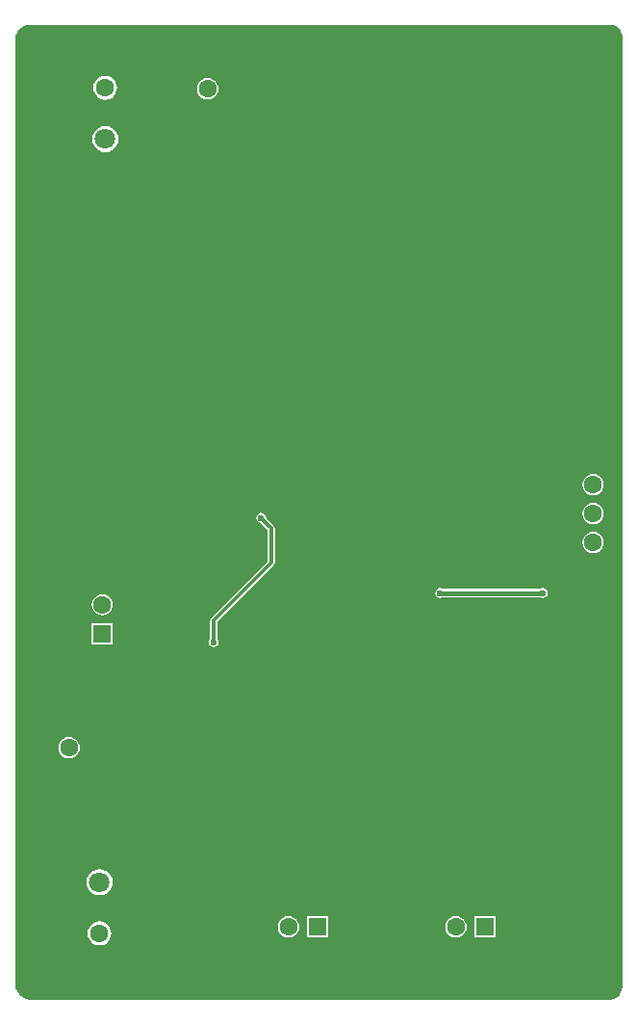
<source format=gbl>
G04*
G04 #@! TF.GenerationSoftware,Altium Limited,Altium Designer,20.1.14 (287)*
G04*
G04 Layer_Physical_Order=2*
G04 Layer_Color=16711680*
%FSLAX25Y25*%
%MOIN*%
G70*
G04*
G04 #@! TF.SameCoordinates,C5642C15-9C93-435C-A7BF-0FB1E55D52FF*
G04*
G04*
G04 #@! TF.FilePolarity,Positive*
G04*
G01*
G75*
%ADD64C,0.01378*%
%ADD65C,0.01772*%
%ADD67C,0.06299*%
%ADD68R,0.06299X0.06299*%
%ADD69C,0.07087*%
%ADD70R,0.06299X0.06299*%
%ADD71C,0.02362*%
G36*
X207278Y339197D02*
X208118Y339030D01*
X208909Y338703D01*
X209621Y338227D01*
X210227Y337621D01*
X210702Y336909D01*
X211030Y336118D01*
X211197Y335279D01*
X211197Y334850D01*
Y334850D01*
Y334850D01*
X211197Y6520D01*
D01*
X211197Y6055D01*
X211016Y5144D01*
X210660Y4285D01*
X210144Y3513D01*
X209487Y2856D01*
X208715Y2340D01*
X207856Y1984D01*
X206945Y1803D01*
X5921D01*
X4824Y2021D01*
X3791Y2449D01*
X2861Y3070D01*
X2070Y3861D01*
X1449Y4791D01*
X1021Y5824D01*
X803Y6921D01*
X803Y7480D01*
D01*
Y7480D01*
X803Y333890D01*
D01*
Y333890D01*
X803Y334412D01*
X1007Y335438D01*
X1407Y336404D01*
X1988Y337273D01*
X2727Y338012D01*
X3596Y338593D01*
X4562Y338993D01*
X5587Y339197D01*
X6110Y339197D01*
X6110D01*
D01*
X206850Y339197D01*
X207278Y339197D01*
D02*
G37*
%LPC*%
G36*
X67500Y320681D02*
X66547Y320556D01*
X65659Y320188D01*
X64897Y319603D01*
X64312Y318841D01*
X63944Y317953D01*
X63819Y317000D01*
X63944Y316047D01*
X64312Y315160D01*
X64897Y314397D01*
X65659Y313812D01*
X66547Y313444D01*
X67500Y313319D01*
X68453Y313444D01*
X69340Y313812D01*
X70103Y314397D01*
X70688Y315160D01*
X71056Y316047D01*
X71181Y317000D01*
X71056Y317953D01*
X70688Y318841D01*
X70103Y319603D01*
X69340Y320188D01*
X68453Y320556D01*
X67500Y320681D01*
D02*
G37*
G36*
X32000Y321453D02*
X30921Y321311D01*
X29915Y320894D01*
X29052Y320232D01*
X28389Y319368D01*
X27973Y318363D01*
X27830Y317284D01*
X27973Y316204D01*
X28389Y315199D01*
X29052Y314335D01*
X29915Y313673D01*
X30921Y313256D01*
X32000Y313114D01*
X33079Y313256D01*
X34085Y313673D01*
X34948Y314335D01*
X35611Y315199D01*
X36027Y316204D01*
X36169Y317284D01*
X36027Y318363D01*
X35611Y319368D01*
X34948Y320232D01*
X34085Y320894D01*
X33079Y321311D01*
X32000Y321453D01*
D02*
G37*
G36*
Y304134D02*
X30818Y303978D01*
X29717Y303522D01*
X28771Y302796D01*
X28045Y301850D01*
X27589Y300749D01*
X27433Y299567D01*
X27589Y298385D01*
X28045Y297284D01*
X28771Y296338D01*
X29717Y295612D01*
X30818Y295156D01*
X32000Y295000D01*
X33182Y295156D01*
X34283Y295612D01*
X35229Y296338D01*
X35955Y297284D01*
X36411Y298385D01*
X36567Y299567D01*
X36411Y300749D01*
X35955Y301850D01*
X35229Y302796D01*
X34283Y303522D01*
X33182Y303978D01*
X32000Y304134D01*
D02*
G37*
G36*
X201000Y183681D02*
X200047Y183556D01*
X199160Y183188D01*
X198397Y182603D01*
X197812Y181841D01*
X197444Y180953D01*
X197319Y180000D01*
X197444Y179047D01*
X197812Y178159D01*
X198397Y177397D01*
X199160Y176812D01*
X200047Y176444D01*
X201000Y176319D01*
X201953Y176444D01*
X202840Y176812D01*
X203603Y177397D01*
X204188Y178159D01*
X204556Y179047D01*
X204681Y180000D01*
X204556Y180953D01*
X204188Y181841D01*
X203603Y182603D01*
X202840Y183188D01*
X201953Y183556D01*
X201000Y183681D01*
D02*
G37*
G36*
Y173681D02*
X200047Y173556D01*
X199160Y173188D01*
X198397Y172603D01*
X197812Y171841D01*
X197444Y170953D01*
X197319Y170000D01*
X197444Y169047D01*
X197812Y168159D01*
X198397Y167397D01*
X199160Y166812D01*
X200047Y166444D01*
X201000Y166319D01*
X201953Y166444D01*
X202840Y166812D01*
X203603Y167397D01*
X204188Y168159D01*
X204556Y169047D01*
X204681Y170000D01*
X204556Y170953D01*
X204188Y171841D01*
X203603Y172603D01*
X202840Y173188D01*
X201953Y173556D01*
X201000Y173681D01*
D02*
G37*
G36*
Y163681D02*
X200047Y163556D01*
X199160Y163188D01*
X198397Y162603D01*
X197812Y161840D01*
X197444Y160953D01*
X197319Y160000D01*
X197444Y159047D01*
X197812Y158159D01*
X198397Y157397D01*
X199160Y156812D01*
X200047Y156444D01*
X201000Y156319D01*
X201953Y156444D01*
X202840Y156812D01*
X203603Y157397D01*
X204188Y158159D01*
X204556Y159047D01*
X204681Y160000D01*
X204556Y160953D01*
X204188Y161840D01*
X203603Y162603D01*
X202840Y163188D01*
X201953Y163556D01*
X201000Y163681D01*
D02*
G37*
G36*
X183500Y144214D02*
X182844Y144084D01*
X182589Y143913D01*
X148911D01*
X148656Y144084D01*
X148000Y144214D01*
X147344Y144084D01*
X146788Y143712D01*
X146416Y143156D01*
X146286Y142500D01*
X146416Y141844D01*
X146788Y141288D01*
X147344Y140916D01*
X148000Y140786D01*
X148656Y140916D01*
X148911Y141087D01*
X182589D01*
X182844Y140916D01*
X183500Y140786D01*
X184156Y140916D01*
X184712Y141288D01*
X185084Y141844D01*
X185214Y142500D01*
X185084Y143156D01*
X184712Y143712D01*
X184156Y144084D01*
X183500Y144214D01*
D02*
G37*
G36*
X31000Y142181D02*
X30047Y142056D01*
X29160Y141688D01*
X28397Y141103D01*
X27812Y140340D01*
X27444Y139453D01*
X27319Y138500D01*
X27444Y137547D01*
X27812Y136660D01*
X28397Y135897D01*
X29160Y135312D01*
X30047Y134944D01*
X31000Y134819D01*
X31953Y134944D01*
X32840Y135312D01*
X33603Y135897D01*
X34188Y136660D01*
X34556Y137547D01*
X34681Y138500D01*
X34556Y139453D01*
X34188Y140340D01*
X33603Y141103D01*
X32840Y141688D01*
X31953Y142056D01*
X31000Y142181D01*
D02*
G37*
G36*
X34650Y132150D02*
X27350D01*
Y124850D01*
X34650D01*
Y132150D01*
D02*
G37*
G36*
X86000Y170214D02*
X85344Y170084D01*
X84788Y169712D01*
X84416Y169156D01*
X84286Y168500D01*
X84416Y167844D01*
X84788Y167288D01*
X85344Y166916D01*
X86000Y166786D01*
X88288Y164498D01*
Y153502D01*
X68643Y133857D01*
X68380Y133464D01*
X68288Y133000D01*
Y126712D01*
X67916Y126156D01*
X67786Y125500D01*
X67916Y124844D01*
X68288Y124288D01*
X68844Y123916D01*
X69500Y123786D01*
X70156Y123916D01*
X70712Y124288D01*
X71084Y124844D01*
X71214Y125500D01*
X71084Y126156D01*
X70712Y126712D01*
Y132498D01*
X90357Y152143D01*
X90620Y152536D01*
X90712Y153000D01*
Y165000D01*
X90712Y165000D01*
X90620Y165464D01*
X90357Y165857D01*
X87714Y168500D01*
X87584Y169156D01*
X87212Y169712D01*
X86656Y170084D01*
X86000Y170214D01*
D02*
G37*
G36*
X19500Y92681D02*
X18547Y92556D01*
X17660Y92188D01*
X16897Y91603D01*
X16312Y90841D01*
X15944Y89953D01*
X15819Y89000D01*
X15944Y88047D01*
X16312Y87160D01*
X16897Y86397D01*
X17660Y85812D01*
X18547Y85444D01*
X19500Y85319D01*
X20453Y85444D01*
X21340Y85812D01*
X22103Y86397D01*
X22688Y87160D01*
X23056Y88047D01*
X23181Y89000D01*
X23056Y89953D01*
X22688Y90841D01*
X22103Y91603D01*
X21340Y92188D01*
X20453Y92556D01*
X19500Y92681D01*
D02*
G37*
G36*
X30000Y47000D02*
X28818Y46844D01*
X27717Y46388D01*
X26771Y45662D01*
X26045Y44716D01*
X25589Y43615D01*
X25433Y42433D01*
X25589Y41251D01*
X26045Y40150D01*
X26771Y39204D01*
X27717Y38478D01*
X28818Y38022D01*
X30000Y37866D01*
X31182Y38022D01*
X32283Y38478D01*
X33229Y39204D01*
X33955Y40150D01*
X34411Y41251D01*
X34567Y42433D01*
X34411Y43615D01*
X33955Y44716D01*
X33229Y45662D01*
X32283Y46388D01*
X31182Y46844D01*
X30000Y47000D01*
D02*
G37*
G36*
X167150Y30650D02*
X159850D01*
Y23350D01*
X167150D01*
Y30650D01*
D02*
G37*
G36*
X109150D02*
X101850D01*
Y23350D01*
X109150D01*
Y30650D01*
D02*
G37*
G36*
X153500Y30681D02*
X152547Y30556D01*
X151660Y30188D01*
X150897Y29603D01*
X150312Y28841D01*
X149944Y27953D01*
X149819Y27000D01*
X149944Y26047D01*
X150312Y25159D01*
X150897Y24397D01*
X151660Y23812D01*
X152547Y23444D01*
X153500Y23319D01*
X154453Y23444D01*
X155341Y23812D01*
X156103Y24397D01*
X156688Y25159D01*
X157056Y26047D01*
X157181Y27000D01*
X157056Y27953D01*
X156688Y28841D01*
X156103Y29603D01*
X155341Y30188D01*
X154453Y30556D01*
X153500Y30681D01*
D02*
G37*
G36*
X95500D02*
X94547Y30556D01*
X93660Y30188D01*
X92897Y29603D01*
X92312Y28841D01*
X91944Y27953D01*
X91819Y27000D01*
X91944Y26047D01*
X92312Y25159D01*
X92897Y24397D01*
X93660Y23812D01*
X94547Y23444D01*
X95500Y23319D01*
X96453Y23444D01*
X97341Y23812D01*
X98103Y24397D01*
X98688Y25159D01*
X99056Y26047D01*
X99181Y27000D01*
X99056Y27953D01*
X98688Y28841D01*
X98103Y29603D01*
X97341Y30188D01*
X96453Y30556D01*
X95500Y30681D01*
D02*
G37*
G36*
X30000Y28886D02*
X28921Y28744D01*
X27915Y28327D01*
X27052Y27665D01*
X26389Y26801D01*
X25973Y25796D01*
X25831Y24716D01*
X25973Y23637D01*
X26389Y22632D01*
X27052Y21768D01*
X27915Y21106D01*
X28921Y20689D01*
X30000Y20547D01*
X31079Y20689D01*
X32085Y21106D01*
X32948Y21768D01*
X33611Y22632D01*
X34027Y23637D01*
X34170Y24716D01*
X34027Y25796D01*
X33611Y26801D01*
X32948Y27665D01*
X32085Y28327D01*
X31079Y28744D01*
X30000Y28886D01*
D02*
G37*
%LPD*%
D64*
X69500Y133000D02*
X89500Y153000D01*
X69500Y125500D02*
Y133000D01*
X86000Y168500D02*
X89500Y165000D01*
Y153000D02*
Y165000D01*
D65*
X148000Y142500D02*
X183500D01*
D67*
X153500Y27000D02*
D03*
X30000Y24716D02*
D03*
X67500Y317000D02*
D03*
X32000Y317284D02*
D03*
X201000Y180000D02*
D03*
Y170000D02*
D03*
Y160000D02*
D03*
X31000Y138500D02*
D03*
X19500Y89000D02*
D03*
X95500Y27000D02*
D03*
D68*
X163500D02*
D03*
X29500Y89000D02*
D03*
X105500Y27000D02*
D03*
D69*
X30000Y42433D02*
D03*
X32000Y299567D02*
D03*
D70*
X67500Y327000D02*
D03*
X201000Y150000D02*
D03*
X31000Y128500D02*
D03*
D71*
X170500Y204500D02*
D03*
X187337Y175663D02*
D03*
X115348Y148348D02*
D03*
X89729Y148729D02*
D03*
X157500Y294500D02*
D03*
X180500Y60500D02*
D03*
X122500D02*
D03*
X168500Y210500D02*
D03*
X163500D02*
D03*
X104000Y84500D02*
D03*
X138000Y120000D02*
D03*
X138500Y134000D02*
D03*
X148000Y142500D02*
D03*
X161000Y84500D02*
D03*
X148000Y148000D02*
D03*
X183500Y142500D02*
D03*
X73500Y188500D02*
D03*
X86500Y160500D02*
D03*
X90037Y181037D02*
D03*
X31000Y191500D02*
D03*
X46000D02*
D03*
X94000Y195000D02*
D03*
X85500Y256500D02*
D03*
X114500Y101000D02*
D03*
X171000Y179500D02*
D03*
X51500Y154500D02*
D03*
X72000Y90000D02*
D03*
X69500Y125500D02*
D03*
X86000Y168500D02*
D03*
X105500Y101000D02*
D03*
X127149Y201351D02*
D03*
X122500Y234500D02*
D03*
X130500D02*
D03*
X41000Y161500D02*
D03*
X31500Y257000D02*
D03*
X78500Y269500D02*
D03*
X118500Y178500D02*
D03*
X59000Y30000D02*
D03*
Y34000D02*
D03*
Y38000D02*
D03*
Y42000D02*
D03*
X205000Y331000D02*
D03*
X28500Y237440D02*
D03*
X34000Y223000D02*
D03*
X144500Y304500D02*
D03*
X90000Y278500D02*
D03*
X85500D02*
D03*
X81000D02*
D03*
X76500D02*
D03*
X126500Y234500D02*
D03*
X89000Y228500D02*
D03*
Y217000D02*
D03*
X142000Y279500D02*
D03*
X137500D02*
D03*
X133000D02*
D03*
X106000Y296000D02*
D03*
X132500Y307000D02*
D03*
X3000Y292000D02*
D03*
Y296000D02*
D03*
Y320500D02*
D03*
Y317000D02*
D03*
X117500Y324500D02*
D03*
Y337000D02*
D03*
X175000Y331500D02*
D03*
X146000D02*
D03*
M02*

</source>
